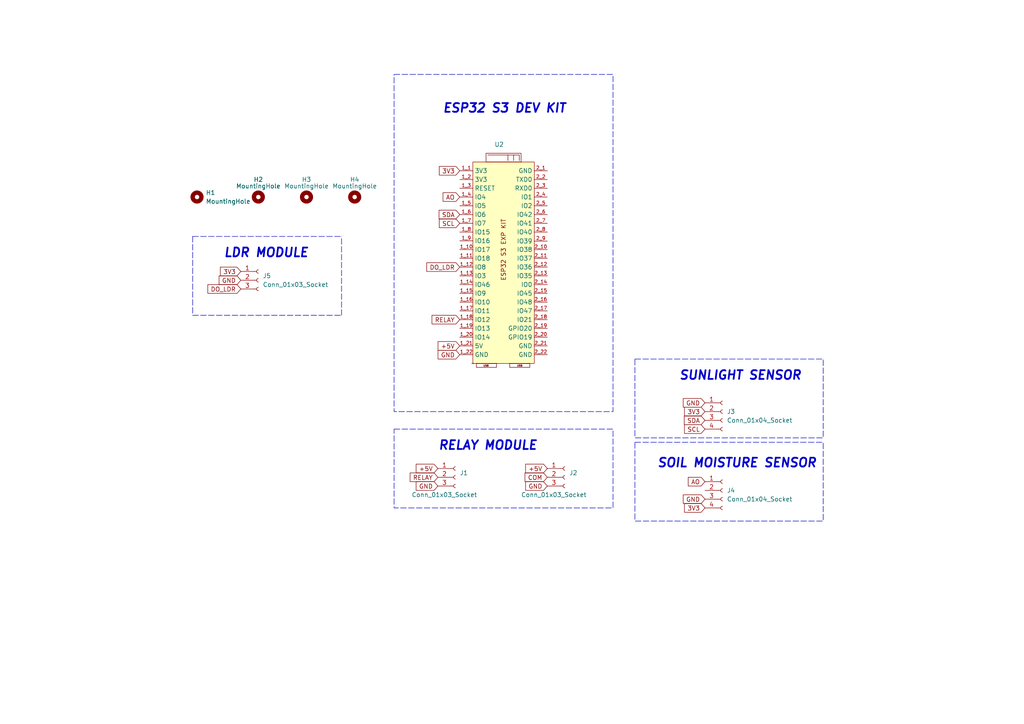
<source format=kicad_sch>
(kicad_sch (version 20230121) (generator eeschema)

  (uuid 3ae60292-fe49-4af2-917e-25e3dad1e617)

  (paper "A4")

  (lib_symbols
    (symbol "Connector:Conn_01x03_Socket" (pin_names (offset 1.016) hide) (in_bom yes) (on_board yes)
      (property "Reference" "J" (at 0 5.08 0)
        (effects (font (size 1.27 1.27)))
      )
      (property "Value" "Conn_01x03_Socket" (at 0 -5.08 0)
        (effects (font (size 1.27 1.27)))
      )
      (property "Footprint" "" (at 0 0 0)
        (effects (font (size 1.27 1.27)) hide)
      )
      (property "Datasheet" "~" (at 0 0 0)
        (effects (font (size 1.27 1.27)) hide)
      )
      (property "ki_locked" "" (at 0 0 0)
        (effects (font (size 1.27 1.27)))
      )
      (property "ki_keywords" "connector" (at 0 0 0)
        (effects (font (size 1.27 1.27)) hide)
      )
      (property "ki_description" "Generic connector, single row, 01x03, script generated" (at 0 0 0)
        (effects (font (size 1.27 1.27)) hide)
      )
      (property "ki_fp_filters" "Connector*:*_1x??_*" (at 0 0 0)
        (effects (font (size 1.27 1.27)) hide)
      )
      (symbol "Conn_01x03_Socket_1_1"
        (arc (start 0 -2.032) (mid -0.5058 -2.54) (end 0 -3.048)
          (stroke (width 0.1524) (type default))
          (fill (type none))
        )
        (polyline
          (pts
            (xy -1.27 -2.54)
            (xy -0.508 -2.54)
          )
          (stroke (width 0.1524) (type default))
          (fill (type none))
        )
        (polyline
          (pts
            (xy -1.27 0)
            (xy -0.508 0)
          )
          (stroke (width 0.1524) (type default))
          (fill (type none))
        )
        (polyline
          (pts
            (xy -1.27 2.54)
            (xy -0.508 2.54)
          )
          (stroke (width 0.1524) (type default))
          (fill (type none))
        )
        (arc (start 0 0.508) (mid -0.5058 0) (end 0 -0.508)
          (stroke (width 0.1524) (type default))
          (fill (type none))
        )
        (arc (start 0 3.048) (mid -0.5058 2.54) (end 0 2.032)
          (stroke (width 0.1524) (type default))
          (fill (type none))
        )
        (pin passive line (at -5.08 2.54 0) (length 3.81)
          (name "Pin_1" (effects (font (size 1.27 1.27))))
          (number "1" (effects (font (size 1.27 1.27))))
        )
        (pin passive line (at -5.08 0 0) (length 3.81)
          (name "Pin_2" (effects (font (size 1.27 1.27))))
          (number "2" (effects (font (size 1.27 1.27))))
        )
        (pin passive line (at -5.08 -2.54 0) (length 3.81)
          (name "Pin_3" (effects (font (size 1.27 1.27))))
          (number "3" (effects (font (size 1.27 1.27))))
        )
      )
    )
    (symbol "Connector:Conn_01x04_Socket" (pin_names (offset 1.016) hide) (in_bom yes) (on_board yes)
      (property "Reference" "J" (at 0 5.08 0)
        (effects (font (size 1.27 1.27)))
      )
      (property "Value" "Conn_01x04_Socket" (at 0 -7.62 0)
        (effects (font (size 1.27 1.27)))
      )
      (property "Footprint" "" (at 0 0 0)
        (effects (font (size 1.27 1.27)) hide)
      )
      (property "Datasheet" "~" (at 0 0 0)
        (effects (font (size 1.27 1.27)) hide)
      )
      (property "ki_locked" "" (at 0 0 0)
        (effects (font (size 1.27 1.27)))
      )
      (property "ki_keywords" "connector" (at 0 0 0)
        (effects (font (size 1.27 1.27)) hide)
      )
      (property "ki_description" "Generic connector, single row, 01x04, script generated" (at 0 0 0)
        (effects (font (size 1.27 1.27)) hide)
      )
      (property "ki_fp_filters" "Connector*:*_1x??_*" (at 0 0 0)
        (effects (font (size 1.27 1.27)) hide)
      )
      (symbol "Conn_01x04_Socket_1_1"
        (arc (start 0 -4.572) (mid -0.5058 -5.08) (end 0 -5.588)
          (stroke (width 0.1524) (type default))
          (fill (type none))
        )
        (arc (start 0 -2.032) (mid -0.5058 -2.54) (end 0 -3.048)
          (stroke (width 0.1524) (type default))
          (fill (type none))
        )
        (polyline
          (pts
            (xy -1.27 -5.08)
            (xy -0.508 -5.08)
          )
          (stroke (width 0.1524) (type default))
          (fill (type none))
        )
        (polyline
          (pts
            (xy -1.27 -2.54)
            (xy -0.508 -2.54)
          )
          (stroke (width 0.1524) (type default))
          (fill (type none))
        )
        (polyline
          (pts
            (xy -1.27 0)
            (xy -0.508 0)
          )
          (stroke (width 0.1524) (type default))
          (fill (type none))
        )
        (polyline
          (pts
            (xy -1.27 2.54)
            (xy -0.508 2.54)
          )
          (stroke (width 0.1524) (type default))
          (fill (type none))
        )
        (arc (start 0 0.508) (mid -0.5058 0) (end 0 -0.508)
          (stroke (width 0.1524) (type default))
          (fill (type none))
        )
        (arc (start 0 3.048) (mid -0.5058 2.54) (end 0 2.032)
          (stroke (width 0.1524) (type default))
          (fill (type none))
        )
        (pin passive line (at -5.08 2.54 0) (length 3.81)
          (name "Pin_1" (effects (font (size 1.27 1.27))))
          (number "1" (effects (font (size 1.27 1.27))))
        )
        (pin passive line (at -5.08 0 0) (length 3.81)
          (name "Pin_2" (effects (font (size 1.27 1.27))))
          (number "2" (effects (font (size 1.27 1.27))))
        )
        (pin passive line (at -5.08 -2.54 0) (length 3.81)
          (name "Pin_3" (effects (font (size 1.27 1.27))))
          (number "3" (effects (font (size 1.27 1.27))))
        )
        (pin passive line (at -5.08 -5.08 0) (length 3.81)
          (name "Pin_4" (effects (font (size 1.27 1.27))))
          (number "4" (effects (font (size 1.27 1.27))))
        )
      )
    )
    (symbol "Mechanical:MountingHole" (pin_names (offset 1.016)) (in_bom yes) (on_board yes)
      (property "Reference" "H" (at 0 5.08 0)
        (effects (font (size 1.27 1.27)))
      )
      (property "Value" "MountingHole" (at 0 3.175 0)
        (effects (font (size 1.27 1.27)))
      )
      (property "Footprint" "" (at 0 0 0)
        (effects (font (size 1.27 1.27)) hide)
      )
      (property "Datasheet" "~" (at 0 0 0)
        (effects (font (size 1.27 1.27)) hide)
      )
      (property "ki_keywords" "mounting hole" (at 0 0 0)
        (effects (font (size 1.27 1.27)) hide)
      )
      (property "ki_description" "Mounting Hole without connection" (at 0 0 0)
        (effects (font (size 1.27 1.27)) hide)
      )
      (property "ki_fp_filters" "MountingHole*" (at 0 0 0)
        (effects (font (size 1.27 1.27)) hide)
      )
      (symbol "MountingHole_0_1"
        (circle (center 0 0) (radius 1.27)
          (stroke (width 1.27) (type default))
          (fill (type none))
        )
      )
    )
    (symbol "esp32s3:ESP32S3-BRD" (in_bom yes) (on_board yes)
      (property "Reference" "U" (at 1.905 59.69 0)
        (effects (font (size 1.27 1.27)))
      )
      (property "Value" "" (at 0 0 0)
        (effects (font (size 1.27 1.27)))
      )
      (property "Footprint" "" (at 0 0 0)
        (effects (font (size 1.27 1.27)) hide)
      )
      (property "Datasheet" "" (at 0 0 0)
        (effects (font (size 1.27 1.27)) hide)
      )
      (symbol "ESP32S3-BRD_1_1"
        (polyline
          (pts
            (xy 10.16 60.452)
            (xy 10.16 58.801)
          )
          (stroke (width 0) (type default))
          (fill (type none))
        )
        (polyline
          (pts
            (xy 11.811 60.452)
            (xy 11.811 58.801)
          )
          (stroke (width 0) (type default))
          (fill (type none))
        )
        (polyline
          (pts
            (xy 4.318 60.452)
            (xy 13.462 60.452)
            (xy 13.462 58.801)
          )
          (stroke (width 0) (type default))
          (fill (type none))
        )
        (polyline
          (pts
            (xy 0 58.42)
            (xy 17.78 58.42)
            (xy 17.78 0)
            (xy 0 0)
            (xy 0 58.42)
          )
          (stroke (width 0) (type default))
          (fill (type background))
        )
        (rectangle (start 1.016 0) (end 6.858 -1.143)
          (stroke (width 0) (type default))
          (fill (type none))
        )
        (rectangle (start 3.81 60.96) (end 13.97 58.42)
          (stroke (width 0) (type default))
          (fill (type none))
        )
        (rectangle (start 10.668 0) (end 16.51 -1.143)
          (stroke (width 0) (type default))
          (fill (type none))
        )
        (text "ESP32 S3 EXP KIT\n" (at 8.89 33.02 900)
          (effects (font (size 1.27 1.27)))
        )
        (text "USB" (at 3.81 -0.635 0)
          (effects (font (size 0.5 0.5)))
        )
        (text "USB" (at 13.589 -0.635 0)
          (effects (font (size 0.5 0.5)))
        )
        (pin power_out line (at -3.81 55.88 0) (length 3.81)
          (name "3V3" (effects (font (size 1.27 1.27))))
          (number "1_1" (effects (font (size 1 1))))
        )
        (pin input line (at -3.81 33.02 0) (length 3.81)
          (name "IO17" (effects (font (size 1.27 1.27))))
          (number "1_10" (effects (font (size 1 1))))
        )
        (pin input line (at -3.81 30.48 0) (length 3.81)
          (name "IO18" (effects (font (size 1.27 1.27))))
          (number "1_11" (effects (font (size 1 1))))
        )
        (pin input line (at -3.81 27.94 0) (length 3.81)
          (name "IO8" (effects (font (size 1.27 1.27))))
          (number "1_12" (effects (font (size 1 1))))
        )
        (pin input line (at -3.81 25.4 0) (length 3.81)
          (name "IO3" (effects (font (size 1.27 1.27))))
          (number "1_13" (effects (font (size 1 1))))
        )
        (pin input line (at -3.81 22.86 0) (length 3.81)
          (name "IO46" (effects (font (size 1.27 1.27))))
          (number "1_14" (effects (font (size 1 1))))
        )
        (pin input line (at -3.81 20.32 0) (length 3.81)
          (name "IO9" (effects (font (size 1.27 1.27))))
          (number "1_15" (effects (font (size 1 1))))
        )
        (pin input line (at -3.81 17.78 0) (length 3.81)
          (name "IO10" (effects (font (size 1.27 1.27))))
          (number "1_16" (effects (font (size 1 1))))
        )
        (pin input line (at -3.81 15.24 0) (length 3.81)
          (name "IO11" (effects (font (size 1.27 1.27))))
          (number "1_17" (effects (font (size 1 1))))
        )
        (pin input line (at -3.81 12.7 0) (length 3.81)
          (name "IO12" (effects (font (size 1.27 1.27))))
          (number "1_18" (effects (font (size 1 1))))
        )
        (pin input line (at -3.81 10.16 0) (length 3.81)
          (name "IO13" (effects (font (size 1.27 1.27))))
          (number "1_19" (effects (font (size 1 1))))
        )
        (pin power_out line (at -3.81 53.34 0) (length 3.81)
          (name "3V3" (effects (font (size 1.27 1.27))))
          (number "1_2" (effects (font (size 1 1))))
        )
        (pin input line (at -3.81 7.62 0) (length 3.81)
          (name "IO14" (effects (font (size 1.27 1.27))))
          (number "1_20" (effects (font (size 1 1))))
        )
        (pin power_in line (at -3.81 5.08 0) (length 3.81)
          (name "5V" (effects (font (size 1.27 1.27))))
          (number "1_21" (effects (font (size 1 1))))
        )
        (pin input line (at -3.81 2.54 0) (length 3.81)
          (name "GND" (effects (font (size 1.27 1.27))))
          (number "1_22" (effects (font (size 1 1))))
        )
        (pin input line (at -3.81 50.8 0) (length 3.81)
          (name "RESET" (effects (font (size 1.27 1.27))))
          (number "1_3" (effects (font (size 1 1))))
        )
        (pin input line (at -3.81 48.26 0) (length 3.81)
          (name "IO4" (effects (font (size 1.27 1.27))))
          (number "1_4" (effects (font (size 1 1))))
        )
        (pin input line (at -3.81 45.72 0) (length 3.81)
          (name "IO5" (effects (font (size 1.27 1.27))))
          (number "1_5" (effects (font (size 1 1))))
        )
        (pin input line (at -3.81 43.18 0) (length 3.81)
          (name "IO6" (effects (font (size 1.27 1.27))))
          (number "1_6" (effects (font (size 1 1))))
        )
        (pin input line (at -3.81 40.64 0) (length 3.81)
          (name "IO7" (effects (font (size 1.27 1.27))))
          (number "1_7" (effects (font (size 1 1))))
        )
        (pin input line (at -3.81 38.1 0) (length 3.81)
          (name "IO15" (effects (font (size 1.27 1.27))))
          (number "1_8" (effects (font (size 1 1))))
        )
        (pin input line (at -3.81 35.56 0) (length 3.81)
          (name "IO16" (effects (font (size 1.27 1.27))))
          (number "1_9" (effects (font (size 1 1))))
        )
        (pin input line (at 21.59 55.88 180) (length 3.81)
          (name "GND" (effects (font (size 1.27 1.27))))
          (number "2_1" (effects (font (size 1 1))))
        )
        (pin input line (at 21.59 33.02 180) (length 3.81)
          (name "IO38" (effects (font (size 1.27 1.27))))
          (number "2_10" (effects (font (size 1 1))))
        )
        (pin input line (at 21.59 30.48 180) (length 3.81)
          (name "IO37" (effects (font (size 1.27 1.27))))
          (number "2_11" (effects (font (size 1 1))))
        )
        (pin input line (at 21.59 27.94 180) (length 3.81)
          (name "IO36" (effects (font (size 1.27 1.27))))
          (number "2_12" (effects (font (size 1 1))))
        )
        (pin input line (at 21.59 25.4 180) (length 3.81)
          (name "IO35" (effects (font (size 1.27 1.27))))
          (number "2_13" (effects (font (size 1 1))))
        )
        (pin input line (at 21.59 22.86 180) (length 3.81)
          (name "IO0" (effects (font (size 1.27 1.27))))
          (number "2_14" (effects (font (size 1 1))))
        )
        (pin input line (at 21.59 20.32 180) (length 3.81)
          (name "IO45" (effects (font (size 1.27 1.27))))
          (number "2_15" (effects (font (size 1 1))))
        )
        (pin input line (at 21.59 17.78 180) (length 3.81)
          (name "IO48" (effects (font (size 1.27 1.27))))
          (number "2_16" (effects (font (size 1 1))))
        )
        (pin input line (at 21.59 15.24 180) (length 3.81)
          (name "IO47" (effects (font (size 1.27 1.27))))
          (number "2_17" (effects (font (size 1 1))))
        )
        (pin input line (at 21.59 12.7 180) (length 3.81)
          (name "IO21" (effects (font (size 1.27 1.27))))
          (number "2_18" (effects (font (size 1 1))))
        )
        (pin input line (at 21.59 10.16 180) (length 3.81)
          (name "GPIO20" (effects (font (size 1.27 1.27))))
          (number "2_19" (effects (font (size 1 1))))
        )
        (pin input line (at 21.59 53.34 180) (length 3.81)
          (name "TXD0" (effects (font (size 1.27 1.27))))
          (number "2_2" (effects (font (size 1 1))))
        )
        (pin input line (at 21.59 7.62 180) (length 3.81)
          (name "GPIO19" (effects (font (size 1.27 1.27))))
          (number "2_20" (effects (font (size 1 1))))
        )
        (pin input line (at 21.59 5.08 180) (length 3.81)
          (name "GND" (effects (font (size 1.27 1.27))))
          (number "2_21" (effects (font (size 1 1))))
        )
        (pin input line (at 21.59 2.54 180) (length 3.81)
          (name "GND" (effects (font (size 1.27 1.27))))
          (number "2_22" (effects (font (size 1 1))))
        )
        (pin input line (at 21.59 50.8 180) (length 3.81)
          (name "RXD0" (effects (font (size 1.27 1.27))))
          (number "2_3" (effects (font (size 1 1))))
        )
        (pin input line (at 21.59 48.26 180) (length 3.81)
          (name "IO1" (effects (font (size 1.27 1.27))))
          (number "2_4" (effects (font (size 1 1))))
        )
        (pin input line (at 21.59 45.72 180) (length 3.81)
          (name "IO2" (effects (font (size 1.27 1.27))))
          (number "2_5" (effects (font (size 1 1))))
        )
        (pin input line (at 21.59 43.18 180) (length 3.81)
          (name "IO42" (effects (font (size 1.27 1.27))))
          (number "2_6" (effects (font (size 1 1))))
        )
        (pin input line (at 21.59 40.64 180) (length 3.81)
          (name "IO41" (effects (font (size 1.27 1.27))))
          (number "2_7" (effects (font (size 1 1))))
        )
        (pin input line (at 21.59 38.1 180) (length 3.81)
          (name "IO40" (effects (font (size 1.27 1.27))))
          (number "2_8" (effects (font (size 1 1))))
        )
        (pin input line (at 21.59 35.4717 180) (length 3.81)
          (name "IO39" (effects (font (size 1.27 1.27))))
          (number "2_9" (effects (font (size 1 1))))
        )
      )
    )
  )


  (polyline (pts (xy 55.88 68.58) (xy 55.88 91.44))
    (stroke (width 0) (type dash))
    (uuid 1e1ce612-dd29-45e4-a4d9-f2d29a2dfcff)
  )
  (polyline (pts (xy 55.88 68.58) (xy 99.06 68.58))
    (stroke (width 0) (type dash))
    (uuid 2a209f5a-5ba8-438d-9638-9ba3d718d981)
  )
  (polyline (pts (xy 99.06 91.44) (xy 99.06 68.58))
    (stroke (width 0) (type dash))
    (uuid 4e1ce3e0-9e7c-4bdc-a36c-5463e403ed83)
  )
  (polyline (pts (xy 55.88 91.44) (xy 99.06 91.44))
    (stroke (width 0) (type dash))
    (uuid ec7d26ab-7dfe-4dd0-9091-d117e23b764d)
  )

  (rectangle (start 114.3 21.59) (end 177.8 119.38)
    (stroke (width 0) (type dash))
    (fill (type none))
    (uuid 19ccf251-3ea0-4c39-a821-68c1e61617cb)
  )
  (rectangle (start 184.15 104.14) (end 238.76 127)
    (stroke (width 0) (type dash))
    (fill (type none))
    (uuid 4e32f5e4-97f4-4097-b0fd-88e0fc9ce075)
  )
  (rectangle (start 114.3 124.46) (end 177.8 147.32)
    (stroke (width 0) (type dash))
    (fill (type none))
    (uuid 9669fec8-4184-4027-b1b8-054279d4c7db)
  )
  (rectangle (start 184.15 128.27) (end 238.76 151.13)
    (stroke (width 0) (type dash))
    (fill (type none))
    (uuid fac224e6-832b-43a1-95ac-55372fff9625)
  )

  (text "SOIL MOISTURE SENSOR" (at 190.5 135.89 0)
    (effects (font (size 2.54 2.54) (thickness 0.508) bold italic) (justify left bottom))
    (uuid 261e83bb-0fd8-4821-ae16-e0c722828bfd)
  )
  (text "LDR MODULE" (at 64.77 74.93 0)
    (effects (font (size 2.54 2.54) (thickness 0.508) bold italic) (justify left bottom))
    (uuid 409d10c6-f8bc-44ab-b1d1-7d00e137e801)
  )
  (text "ESP32 S3 DEV KIT" (at 128.27 33.02 0)
    (effects (font (size 2.54 2.54) (thickness 0.508) bold italic) (justify left bottom))
    (uuid 44e05d09-28ad-46f8-b80f-4b8da9babbe5)
  )
  (text "SUNLIGHT SENSOR" (at 196.85 110.49 0)
    (effects (font (size 2.54 2.54) (thickness 0.508) bold italic) (justify left bottom))
    (uuid ef040f74-ea4c-44f1-ac93-9da69a4e0516)
  )
  (text "RELAY MODULE" (at 127 130.81 0)
    (effects (font (size 2.54 2.54) (thickness 0.508) bold italic) (justify left bottom))
    (uuid f7d64d28-b801-4cc3-9575-7407774f9b96)
  )

  (global_label "RELAY" (shape input) (at 127 138.43 180) (fields_autoplaced)
    (effects (font (size 1.27 1.27)) (justify right))
    (uuid 136dd65e-a6fa-4d33-9dde-f4bff83c3647)
    (property "Intersheetrefs" "${INTERSHEET_REFS}" (at 118.3905 138.43 0)
      (effects (font (size 1.27 1.27)) (justify right) hide)
    )
  )
  (global_label "GND" (shape input) (at 133.35 102.87 180) (fields_autoplaced)
    (effects (font (size 1.27 1.27)) (justify right))
    (uuid 15d2c4d6-a04a-4c5b-be9c-af729d1feaea)
    (property "Intersheetrefs" "${INTERSHEET_REFS}" (at 126.4943 102.87 0)
      (effects (font (size 1.27 1.27)) (justify right) hide)
    )
  )
  (global_label "COM" (shape input) (at 158.75 138.43 180) (fields_autoplaced)
    (effects (font (size 1.27 1.27)) (justify right))
    (uuid 184b2d44-4c78-4336-b0ff-5b7c657979cd)
    (property "Intersheetrefs" "${INTERSHEET_REFS}" (at 151.7129 138.43 0)
      (effects (font (size 1.27 1.27)) (justify right) hide)
    )
  )
  (global_label "GND" (shape input) (at 69.85 81.28 180) (fields_autoplaced)
    (effects (font (size 1.27 1.27)) (justify right))
    (uuid 2463cfa5-637b-45f0-b3b3-8f1dbe1fae17)
    (property "Intersheetrefs" "${INTERSHEET_REFS}" (at 62.9943 81.28 0)
      (effects (font (size 1.27 1.27)) (justify right) hide)
    )
  )
  (global_label "SDA" (shape input) (at 204.47 121.92 180) (fields_autoplaced)
    (effects (font (size 1.27 1.27)) (justify right))
    (uuid 24c52790-f0cc-4de0-9a9c-06393fc68622)
    (property "Intersheetrefs" "${INTERSHEET_REFS}" (at 197.9167 121.92 0)
      (effects (font (size 1.27 1.27)) (justify right) hide)
    )
  )
  (global_label "GND" (shape input) (at 204.47 144.78 180) (fields_autoplaced)
    (effects (font (size 1.27 1.27)) (justify right))
    (uuid 2c00a24d-8943-4278-8dbe-5ba3f7bbe82b)
    (property "Intersheetrefs" "${INTERSHEET_REFS}" (at 197.6143 144.78 0)
      (effects (font (size 1.27 1.27)) (justify right) hide)
    )
  )
  (global_label "3V3" (shape input) (at 204.47 119.38 180) (fields_autoplaced)
    (effects (font (size 1.27 1.27)) (justify right))
    (uuid 2e09ba28-b384-4e45-83ab-4a48a5b818b7)
    (property "Intersheetrefs" "${INTERSHEET_REFS}" (at 197.9772 119.38 0)
      (effects (font (size 1.27 1.27)) (justify right) hide)
    )
  )
  (global_label "GND" (shape input) (at 158.75 140.97 180) (fields_autoplaced)
    (effects (font (size 1.27 1.27)) (justify right))
    (uuid 36641450-92cb-4ef7-967c-439af5ee4fb3)
    (property "Intersheetrefs" "${INTERSHEET_REFS}" (at 151.8943 140.97 0)
      (effects (font (size 1.27 1.27)) (justify right) hide)
    )
  )
  (global_label "RELAY" (shape input) (at 133.35 92.71 180) (fields_autoplaced)
    (effects (font (size 1.27 1.27)) (justify right))
    (uuid 3b555202-5c5d-4047-962d-a17e1f3ca223)
    (property "Intersheetrefs" "${INTERSHEET_REFS}" (at 124.7405 92.71 0)
      (effects (font (size 1.27 1.27)) (justify right) hide)
    )
  )
  (global_label "DO_LDR" (shape input) (at 69.85 83.82 180) (fields_autoplaced)
    (effects (font (size 1.27 1.27)) (justify right))
    (uuid 47242bfd-917e-4a76-baba-68d5e67f5dd5)
    (property "Intersheetrefs" "${INTERSHEET_REFS}" (at 59.7286 83.82 0)
      (effects (font (size 1.27 1.27)) (justify right) hide)
    )
  )
  (global_label "3V3" (shape input) (at 204.47 147.32 180) (fields_autoplaced)
    (effects (font (size 1.27 1.27)) (justify right))
    (uuid 4afa9f2e-8a17-4dce-a614-a3ff2b40aafd)
    (property "Intersheetrefs" "${INTERSHEET_REFS}" (at 197.9772 147.32 0)
      (effects (font (size 1.27 1.27)) (justify right) hide)
    )
  )
  (global_label "SCL" (shape input) (at 133.35 64.77 180) (fields_autoplaced)
    (effects (font (size 1.27 1.27)) (justify right))
    (uuid 4d468439-485b-4a82-ae22-e7bb2bd73e85)
    (property "Intersheetrefs" "${INTERSHEET_REFS}" (at 126.8572 64.77 0)
      (effects (font (size 1.27 1.27)) (justify right) hide)
    )
  )
  (global_label "SCL" (shape input) (at 204.47 124.46 180) (fields_autoplaced)
    (effects (font (size 1.27 1.27)) (justify right))
    (uuid 7df4f20f-1311-4c39-a852-a8043834f5bb)
    (property "Intersheetrefs" "${INTERSHEET_REFS}" (at 197.9772 124.46 0)
      (effects (font (size 1.27 1.27)) (justify right) hide)
    )
  )
  (global_label "+5V" (shape input) (at 133.35 100.33 180) (fields_autoplaced)
    (effects (font (size 1.27 1.27)) (justify right))
    (uuid 8233ac89-0b08-4d63-8c4a-fd1c8ea377d6)
    (property "Intersheetrefs" "${INTERSHEET_REFS}" (at 126.4943 100.33 0)
      (effects (font (size 1.27 1.27)) (justify right) hide)
    )
  )
  (global_label "AO" (shape input) (at 204.47 139.7 180) (fields_autoplaced)
    (effects (font (size 1.27 1.27)) (justify right))
    (uuid 8f6df124-121f-48b4-8e20-bc89c06c0e0e)
    (property "Intersheetrefs" "${INTERSHEET_REFS}" (at 199.0657 139.7 0)
      (effects (font (size 1.27 1.27)) (justify right) hide)
    )
  )
  (global_label "+5V" (shape input) (at 127 135.89 180) (fields_autoplaced)
    (effects (font (size 1.27 1.27)) (justify right))
    (uuid 98bfa3d4-a591-40ae-91ad-1d7b9b86631e)
    (property "Intersheetrefs" "${INTERSHEET_REFS}" (at 120.1443 135.89 0)
      (effects (font (size 1.27 1.27)) (justify right) hide)
    )
  )
  (global_label "AO" (shape input) (at 133.35 57.15 180) (fields_autoplaced)
    (effects (font (size 1.27 1.27)) (justify right))
    (uuid a8b62401-e478-4a84-b30f-89707ac103e7)
    (property "Intersheetrefs" "${INTERSHEET_REFS}" (at 127.9457 57.15 0)
      (effects (font (size 1.27 1.27)) (justify right) hide)
    )
  )
  (global_label "+5V" (shape input) (at 158.75 135.89 180) (fields_autoplaced)
    (effects (font (size 1.27 1.27)) (justify right))
    (uuid af8fe8cc-5176-49ee-bd39-930c128bbf04)
    (property "Intersheetrefs" "${INTERSHEET_REFS}" (at 151.8943 135.89 0)
      (effects (font (size 1.27 1.27)) (justify right) hide)
    )
  )
  (global_label "3V3" (shape input) (at 133.35 49.53 180) (fields_autoplaced)
    (effects (font (size 1.27 1.27)) (justify right))
    (uuid afe2abd0-1707-46ac-a0f0-b9099e23b645)
    (property "Intersheetrefs" "${INTERSHEET_REFS}" (at 126.8572 49.53 0)
      (effects (font (size 1.27 1.27)) (justify right) hide)
    )
  )
  (global_label "GND" (shape input) (at 127 140.97 180) (fields_autoplaced)
    (effects (font (size 1.27 1.27)) (justify right))
    (uuid b48d877f-bfaf-461c-bec7-85c5f88a56db)
    (property "Intersheetrefs" "${INTERSHEET_REFS}" (at 120.1443 140.97 0)
      (effects (font (size 1.27 1.27)) (justify right) hide)
    )
  )
  (global_label "GND" (shape input) (at 204.47 116.84 180) (fields_autoplaced)
    (effects (font (size 1.27 1.27)) (justify right))
    (uuid bd577350-be5b-4c53-869a-aaa7cf7cd213)
    (property "Intersheetrefs" "${INTERSHEET_REFS}" (at 197.6143 116.84 0)
      (effects (font (size 1.27 1.27)) (justify right) hide)
    )
  )
  (global_label "SDA" (shape input) (at 133.35 62.23 180) (fields_autoplaced)
    (effects (font (size 1.27 1.27)) (justify right))
    (uuid ded9f577-7924-43e2-981d-34c9d37c246a)
    (property "Intersheetrefs" "${INTERSHEET_REFS}" (at 126.7967 62.23 0)
      (effects (font (size 1.27 1.27)) (justify right) hide)
    )
  )
  (global_label "3V3" (shape input) (at 69.85 78.74 180) (fields_autoplaced)
    (effects (font (size 1.27 1.27)) (justify right))
    (uuid ed9fdf53-d0f9-4793-81f7-5f6590c46bf6)
    (property "Intersheetrefs" "${INTERSHEET_REFS}" (at 63.3572 78.74 0)
      (effects (font (size 1.27 1.27)) (justify right) hide)
    )
  )
  (global_label "DO_LDR" (shape input) (at 133.35 77.47 180) (fields_autoplaced)
    (effects (font (size 1.27 1.27)) (justify right))
    (uuid fbd3b255-db1a-4e5e-b401-e68818e02e40)
    (property "Intersheetrefs" "${INTERSHEET_REFS}" (at 123.2286 77.47 0)
      (effects (font (size 1.27 1.27)) (justify right) hide)
    )
  )

  (symbol (lib_id "Connector:Conn_01x03_Socket") (at 132.08 138.43 0) (unit 1)
    (in_bom yes) (on_board yes) (dnp no)
    (uuid 06babf01-363c-4c49-9c8d-cb9c6e01197a)
    (property "Reference" "J1" (at 133.35 137.16 0)
      (effects (font (size 1.27 1.27)) (justify left))
    )
    (property "Value" "Conn_01x03_Socket" (at 119.38 143.51 0)
      (effects (font (size 1.27 1.27)) (justify left))
    )
    (property "Footprint" "Connector_PinHeader_2.54mm:PinHeader_1x03_P2.54mm_Vertical" (at 132.08 138.43 0)
      (effects (font (size 1.27 1.27)) hide)
    )
    (property "Datasheet" "~" (at 132.08 138.43 0)
      (effects (font (size 1.27 1.27)) hide)
    )
    (pin "1" (uuid 3527f879-f91e-4324-8be1-d239b5e04c45))
    (pin "2" (uuid ae8e5b69-94da-4eae-bfbd-38f60a3e2b9d))
    (pin "3" (uuid 0988e22a-2f74-4bb8-8598-448014613d44))
    (instances
      (project "Agriculture Enhancement With IO"
        (path "/3ae60292-fe49-4af2-917e-25e3dad1e617"
          (reference "J1") (unit 1)
        )
      )
      (project "Bike_Monitor"
        (path "/dedc5710-c1ef-4243-a709-d094311a977a"
          (reference "J3") (unit 1)
        )
      )
    )
  )

  (symbol (lib_id "esp32s3:ESP32S3-BRD") (at 137.16 105.41 0) (unit 1)
    (in_bom yes) (on_board yes) (dnp no)
    (uuid 76be9e60-527d-4a13-849a-217796e92547)
    (property "Reference" "U2" (at 144.78 41.91 0)
      (effects (font (size 1.27 1.27)))
    )
    (property "Value" "~" (at 137.16 105.41 0)
      (effects (font (size 1.27 1.27)))
    )
    (property "Footprint" "ESP32S3-EXPKIT:ESP32-S3BRD" (at 137.16 105.41 0)
      (effects (font (size 1.27 1.27)) hide)
    )
    (property "Datasheet" "" (at 137.16 105.41 0)
      (effects (font (size 1.27 1.27)) hide)
    )
    (pin "1_1" (uuid 61f9a5a5-c767-4a83-8110-f8db671bfe1d))
    (pin "1_10" (uuid d1252a1d-20eb-4522-b49a-1e0ac9fdb15e))
    (pin "1_11" (uuid f136f3d3-6a85-4f64-b2f4-0ad6bdc77789))
    (pin "1_12" (uuid 8ee2d110-d8ba-44a4-8411-58186b438e16))
    (pin "1_13" (uuid 58bbcc7a-3cd2-40dc-854a-01c3169b435d))
    (pin "1_14" (uuid 18018ac7-c9de-4c13-b2a2-47cfa789b363))
    (pin "1_15" (uuid f5cae256-65b3-4452-8214-2f80ef8408f7))
    (pin "1_16" (uuid 4f91a560-143c-475a-bf34-146e888dae2e))
    (pin "1_17" (uuid 48cfe891-6e2a-4ca5-ad0e-df24db6ef0c9))
    (pin "1_18" (uuid abc2fdf4-ad70-44fb-bc0a-e51ac69d5b2c))
    (pin "1_19" (uuid bf332f38-c547-4c37-be1a-e076b54aad41))
    (pin "1_2" (uuid b2ee6cca-8d7b-4d24-9ca8-6f0bb463edd3))
    (pin "1_20" (uuid ba3c0793-8b06-429b-a08f-465c0dfab04d))
    (pin "1_21" (uuid c2bdbf7a-af77-49bd-b613-259d6f5af2a0))
    (pin "1_22" (uuid 88711be2-1be6-4a0e-bac2-83b58b31be11))
    (pin "1_3" (uuid 57dfd674-a894-4269-8d85-57144354513a))
    (pin "1_4" (uuid 97870500-96d7-48d2-a754-1c3e78b2fef9))
    (pin "1_5" (uuid 32f35cc8-1542-469f-ab47-69bc63edb32e))
    (pin "1_6" (uuid bf18c9eb-96fc-4772-b608-4c2670d34c1b))
    (pin "1_7" (uuid 43a25c33-9bdc-4891-a3bd-c2d1c80983b2))
    (pin "1_8" (uuid 14f5bdd3-652a-43e8-b497-5d88828e1603))
    (pin "1_9" (uuid 2f14ee81-141b-4c32-a37f-2a48be807d54))
    (pin "2_1" (uuid 3d426d1f-1f23-4fcf-b49e-5ae21df6c803))
    (pin "2_10" (uuid 4f046914-0398-4d24-9f5b-8e497c166d4a))
    (pin "2_11" (uuid 0c78c947-7d79-45eb-a89c-8b05ce0a7697))
    (pin "2_12" (uuid ad72448c-c8cf-4467-bc9e-826d81b0d734))
    (pin "2_13" (uuid eef1e385-e0d7-4ede-8aab-d8a41ddd6fe4))
    (pin "2_14" (uuid 9a518b0e-3e4b-45fe-8ae5-07249cd4c8d6))
    (pin "2_15" (uuid 456aa3f7-ed26-4a5b-8ad6-74cccc5d7df0))
    (pin "2_16" (uuid a27caa02-1ce7-4f36-8386-45cdf5ecf6fe))
    (pin "2_17" (uuid 5c865433-9e3b-42b6-a4c1-49bdc20e6d9d))
    (pin "2_18" (uuid 5655ca4b-c27b-4f67-824a-88483f1bd23b))
    (pin "2_19" (uuid dd7faafd-81af-4eec-b906-c5e7eea0adc1))
    (pin "2_2" (uuid 6a49f5f5-db30-41b5-8b32-c22e9480367f))
    (pin "2_20" (uuid 5461d28c-04c4-4bb9-a05c-0d0b0afea59b))
    (pin "2_21" (uuid 1c3ced7c-a5de-4658-b7ca-aed9250bcdbc))
    (pin "2_22" (uuid bf4ff474-fa5d-4927-b1d9-d39dd441fb0d))
    (pin "2_3" (uuid c402c3ed-3e94-422b-a025-53e2c856dd47))
    (pin "2_4" (uuid 280d82ba-4537-491e-8eb9-968b4480e3fa))
    (pin "2_5" (uuid 42235d09-2286-43c3-8342-69b2867c7e20))
    (pin "2_6" (uuid 96c8a265-06dd-4598-b7e9-9031826ef353))
    (pin "2_7" (uuid e20fdd3f-1539-40f9-bf36-87fe019eeff8))
    (pin "2_8" (uuid 82ca9623-e800-4b00-9646-9bd7c340a081))
    (pin "2_9" (uuid 9e4af95c-d09c-49a6-bead-505dc7f35db8))
    (instances
      (project "Agriculture Enhancement With IO"
        (path "/3ae60292-fe49-4af2-917e-25e3dad1e617"
          (reference "U2") (unit 1)
        )
      )
      (project "Bike_Monitor"
        (path "/dedc5710-c1ef-4243-a709-d094311a977a"
          (reference "U2") (unit 1)
        )
      )
    )
  )

  (symbol (lib_id "Connector:Conn_01x04_Socket") (at 209.55 142.24 0) (unit 1)
    (in_bom yes) (on_board yes) (dnp no) (fields_autoplaced)
    (uuid 8476c2a5-0751-480d-87a1-342361149cee)
    (property "Reference" "J4" (at 210.82 142.24 0)
      (effects (font (size 1.27 1.27)) (justify left))
    )
    (property "Value" "Conn_01x04_Socket" (at 210.82 144.78 0)
      (effects (font (size 1.27 1.27)) (justify left))
    )
    (property "Footprint" "Connector_PinHeader_2.54mm:PinHeader_1x04_P2.54mm_Vertical" (at 209.55 142.24 0)
      (effects (font (size 1.27 1.27)) hide)
    )
    (property "Datasheet" "~" (at 209.55 142.24 0)
      (effects (font (size 1.27 1.27)) hide)
    )
    (pin "1" (uuid c4c5153b-4894-45c9-bc73-aa318efdd698))
    (pin "2" (uuid c7317b80-9a19-4010-ba2f-bfdb67e3df56))
    (pin "3" (uuid fa842e48-b2fd-4c0a-b51c-cc9678c39fd7))
    (pin "4" (uuid 1258c341-b8af-4749-be93-9e056e6c280c))
    (instances
      (project "Agriculture Enhancement With IO"
        (path "/3ae60292-fe49-4af2-917e-25e3dad1e617"
          (reference "J4") (unit 1)
        )
      )
      (project "Bike_Monitor"
        (path "/dedc5710-c1ef-4243-a709-d094311a977a"
          (reference "J2") (unit 1)
        )
      )
    )
  )

  (symbol (lib_id "Connector:Conn_01x04_Socket") (at 209.55 119.38 0) (unit 1)
    (in_bom yes) (on_board yes) (dnp no) (fields_autoplaced)
    (uuid 8865c2c1-d331-44a7-8c95-9f0f545597b1)
    (property "Reference" "J3" (at 210.82 119.38 0)
      (effects (font (size 1.27 1.27)) (justify left))
    )
    (property "Value" "Conn_01x04_Socket" (at 210.82 121.92 0)
      (effects (font (size 1.27 1.27)) (justify left))
    )
    (property "Footprint" "Connector_JST:JST_XH_B4B-XH-A_1x04_P2.50mm_Vertical" (at 209.55 119.38 0)
      (effects (font (size 1.27 1.27)) hide)
    )
    (property "Datasheet" "~" (at 209.55 119.38 0)
      (effects (font (size 1.27 1.27)) hide)
    )
    (pin "1" (uuid 65e4bc68-4f00-4f91-bae2-21f58345a505))
    (pin "2" (uuid 5b33205f-8af6-4468-9707-a6b9ee91ebbd))
    (pin "3" (uuid 110506e7-4663-46a5-96d3-5ea92798435b))
    (pin "4" (uuid 5f174e77-f8f7-4d91-9250-b85adb0143ab))
    (instances
      (project "Agriculture Enhancement With IO"
        (path "/3ae60292-fe49-4af2-917e-25e3dad1e617"
          (reference "J3") (unit 1)
        )
      )
      (project "Bike_Monitor"
        (path "/dedc5710-c1ef-4243-a709-d094311a977a"
          (reference "J1") (unit 1)
        )
      )
    )
  )

  (symbol (lib_id "Connector:Conn_01x03_Socket") (at 163.83 138.43 0) (unit 1)
    (in_bom yes) (on_board yes) (dnp no)
    (uuid 8f25358a-24e0-4473-9409-4d93b05f1cf8)
    (property "Reference" "J2" (at 165.1 137.16 0)
      (effects (font (size 1.27 1.27)) (justify left))
    )
    (property "Value" "Conn_01x03_Socket" (at 151.13 143.51 0)
      (effects (font (size 1.27 1.27)) (justify left))
    )
    (property "Footprint" "TerminalBlock:TerminalBlock_bornier-3_P5.08mm" (at 163.83 138.43 0)
      (effects (font (size 1.27 1.27)) hide)
    )
    (property "Datasheet" "~" (at 163.83 138.43 0)
      (effects (font (size 1.27 1.27)) hide)
    )
    (pin "1" (uuid a7245e83-ffe3-4948-aa0d-286d53c50aec))
    (pin "2" (uuid ff1f8fbd-ae2e-454f-9295-8db824ff6ede))
    (pin "3" (uuid 6c3bd482-b8d0-4bfe-b903-2bd8ba970955))
    (instances
      (project "Agriculture Enhancement With IO"
        (path "/3ae60292-fe49-4af2-917e-25e3dad1e617"
          (reference "J2") (unit 1)
        )
      )
      (project "Bike_Monitor"
        (path "/dedc5710-c1ef-4243-a709-d094311a977a"
          (reference "J4") (unit 1)
        )
      )
    )
  )

  (symbol (lib_id "Mechanical:MountingHole") (at 57.15 57.15 0) (unit 1)
    (in_bom yes) (on_board yes) (dnp no) (fields_autoplaced)
    (uuid 90980270-613d-4a27-b13b-7c9149911cee)
    (property "Reference" "H1" (at 59.69 55.88 0)
      (effects (font (size 1.27 1.27)) (justify left))
    )
    (property "Value" "MountingHole" (at 59.69 58.42 0)
      (effects (font (size 1.27 1.27)) (justify left))
    )
    (property "Footprint" "MountingHole:MountingHole_3.2mm_M3" (at 57.15 57.15 0)
      (effects (font (size 1.27 1.27)) hide)
    )
    (property "Datasheet" "~" (at 57.15 57.15 0)
      (effects (font (size 1.27 1.27)) hide)
    )
    (instances
      (project "Agriculture Enhancement With IO"
        (path "/3ae60292-fe49-4af2-917e-25e3dad1e617"
          (reference "H1") (unit 1)
        )
      )
    )
  )

  (symbol (lib_id "Mechanical:MountingHole") (at 88.9 57.15 0) (unit 1)
    (in_bom yes) (on_board yes) (dnp no)
    (uuid b71b5c55-3e0a-498e-b623-ef6c16ff77b3)
    (property "Reference" "H3" (at 88.9 52.07 0)
      (effects (font (size 1.27 1.27)))
    )
    (property "Value" "MountingHole" (at 88.9 53.975 0)
      (effects (font (size 1.27 1.27)))
    )
    (property "Footprint" "MountingHole:MountingHole_3.2mm_M3" (at 88.9 57.15 0)
      (effects (font (size 1.27 1.27)) hide)
    )
    (property "Datasheet" "~" (at 88.9 57.15 0)
      (effects (font (size 1.27 1.27)) hide)
    )
    (instances
      (project "Agriculture Enhancement With IO"
        (path "/3ae60292-fe49-4af2-917e-25e3dad1e617"
          (reference "H3") (unit 1)
        )
      )
    )
  )

  (symbol (lib_id "Connector:Conn_01x03_Socket") (at 74.93 81.28 0) (unit 1)
    (in_bom yes) (on_board yes) (dnp no) (fields_autoplaced)
    (uuid bd7a16d2-b6d2-48a7-988f-4c06db904ccb)
    (property "Reference" "J5" (at 76.2 80.01 0)
      (effects (font (size 1.27 1.27)) (justify left))
    )
    (property "Value" "Conn_01x03_Socket" (at 76.2 82.55 0)
      (effects (font (size 1.27 1.27)) (justify left))
    )
    (property "Footprint" "Connector_PinHeader_2.54mm:PinHeader_1x03_P2.54mm_Vertical" (at 74.93 81.28 0)
      (effects (font (size 1.27 1.27)) hide)
    )
    (property "Datasheet" "~" (at 74.93 81.28 0)
      (effects (font (size 1.27 1.27)) hide)
    )
    (pin "1" (uuid 1115785c-65f4-40d5-8371-174251e0acf5))
    (pin "2" (uuid 9c5fa217-6db2-4690-a6c7-e825ec773862))
    (pin "3" (uuid 71a68085-896c-45e0-ac17-20bdcf6324c2))
    (instances
      (project "Agriculture Enhancement With IO"
        (path "/3ae60292-fe49-4af2-917e-25e3dad1e617"
          (reference "J5") (unit 1)
        )
      )
    )
  )

  (symbol (lib_id "Mechanical:MountingHole") (at 74.93 57.15 0) (unit 1)
    (in_bom yes) (on_board yes) (dnp no)
    (uuid ce0501b5-eae4-4407-8db8-aa76a9663a09)
    (property "Reference" "H2" (at 74.93 52.07 0)
      (effects (font (size 1.27 1.27)))
    )
    (property "Value" "MountingHole" (at 74.93 53.975 0)
      (effects (font (size 1.27 1.27)))
    )
    (property "Footprint" "MountingHole:MountingHole_3.2mm_M3" (at 74.93 57.15 0)
      (effects (font (size 1.27 1.27)) hide)
    )
    (property "Datasheet" "~" (at 74.93 57.15 0)
      (effects (font (size 1.27 1.27)) hide)
    )
    (instances
      (project "Agriculture Enhancement With IO"
        (path "/3ae60292-fe49-4af2-917e-25e3dad1e617"
          (reference "H2") (unit 1)
        )
      )
    )
  )

  (symbol (lib_id "Mechanical:MountingHole") (at 102.87 57.15 0) (unit 1)
    (in_bom yes) (on_board yes) (dnp no)
    (uuid d6ae9e31-d15d-4399-964f-d9c52335282e)
    (property "Reference" "H4" (at 102.87 52.07 0)
      (effects (font (size 1.27 1.27)))
    )
    (property "Value" "MountingHole" (at 102.87 53.975 0)
      (effects (font (size 1.27 1.27)))
    )
    (property "Footprint" "MountingHole:MountingHole_3.2mm_M3" (at 102.87 57.15 0)
      (effects (font (size 1.27 1.27)) hide)
    )
    (property "Datasheet" "~" (at 102.87 57.15 0)
      (effects (font (size 1.27 1.27)) hide)
    )
    (instances
      (project "Agriculture Enhancement With IO"
        (path "/3ae60292-fe49-4af2-917e-25e3dad1e617"
          (reference "H4") (unit 1)
        )
      )
    )
  )

  (sheet_instances
    (path "/" (page "1"))
  )
)

</source>
